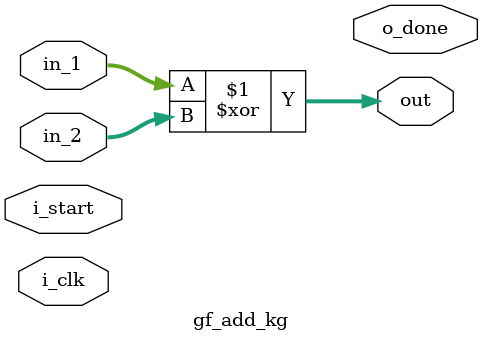
<source format=v>
/*
 *Copyright (c) SandboxAQ. All rights reserved.
 *SPDX-License-Identifier: Apache-2.0   
*/


module gf_add_kg
#(
   parameter WIDTH = 8,
   parameter REG_IN = 1,
   parameter REG_OUT = 1
)
(
    input i_clk, // for potential regs we may add later
    input i_start,
    input [WIDTH-1:0] in_1,
    input [WIDTH-1:0] in_2,
    // output reg [WIDTH-1:0] out,
   output [WIDTH-1:0] out,
    output reg o_done
    );
  
// reg [WIDTH-1:0] in_1_reg, in_2_reg;
// wire [WIDTH-1:0] out_reg;
// reg done_reg;

// generate
//     if (REG_IN == 1) begin
//         always@(posedge i_clk)
//         begin
//             in_1_reg <= in_1;
//             in_2_reg <= in_2;
//             done_reg <= i_start;
//         end
//     end
//     else begin
//         always@(*)
//         begin
//             in_1_reg <= in_1;
//             in_2_reg <= in_2;
//             done_reg <= i_start;
//         end
//     end
// endgenerate


// assign out_reg = in_1_reg ^ in_2_reg;
 
// generate
//     if (REG_OUT == 1) begin
//         always@(posedge i_clk)
//         begin
//             out <= out_reg;
//             o_done <= done_reg;

//         end
//     end
//     else begin
//         always@(*)
//         begin
//             out <= out_reg;
//             o_done <= done_reg;
//         end
//     end
// endgenerate

//always@(in_1,in_2)
//begin
//    out <= in_1 ^ in_2;
//end
assign out = in_1 ^ in_2;
endmodule


</source>
